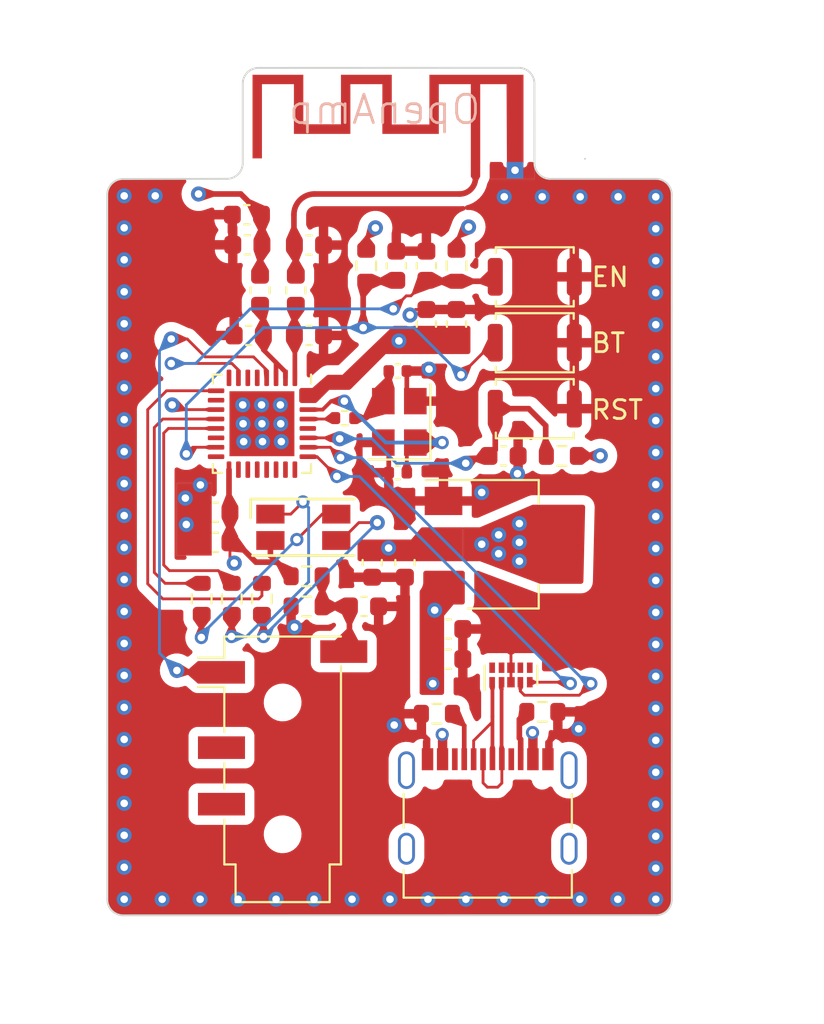
<source format=kicad_pcb>
(kicad_pcb (version 20221018) (generator pcbnew)
  (layers (0 "F.Cu" signal) (1 "In1.Cu" signal) (2 "In2.Cu" signal) (31 "B.Cu" signal) (34 "B.Paste" user) (35 "F.Paste" user) (36 "B.SilkS" user "B.Silkscreen") (37 "F.SilkS" user "F.Silkscreen") (38 "B.Mask" user) (39 "F.Mask" user) (44 "Edge.Cuts" user))
  (net 0 "")
  (net 1 "+3.3VP")
  (net 4 "/CHIP_EN")
  (net 8 "/CHIP_BOOT")
  (net 9 "Net-(AE1-Pad1)")
  (net 17 "/USB_D-")
  (net 18 "/USB_D+")
  (net 20 "GND")
  (net 21 "/LNA_IN")
  (net 22 "+5VA")
  (net 23 "Net-(J2-CC1)")
  (net 25 "Net-(J2-CC2)")
  (net 27 "/XTAL_P")
  (net 28 "Net-(C4-Pad1)")
  (net 29 "/XTAL_N")
  (net 30 "+3V3")
  (net 32 "/BLE_MODE")
  (net 33 "Net-(D2-GK)")
  (net 34 "Net-(D2-BK)")
  (net 35 "Net-(D2-RK)")
  (net 36 "/LED_R")
  (net 37 "/LED_G")
  (net 38 "/LED_B")
  (net 39 "/USB_D-_ESP")
  (net 40 "/USB_D+_ESP")
  (net 47 "Net-(C19-Pad1)")
  (net 48 "/CURRENT_SENSE")
  (footprint "Capacitor_SMD:C_0603_1608Metric" (layer "F.Cu") (at 85.36 80.81 90)
    (fp_text reference "C6" hide)
    (fp_text value "100nF 25V")
  )
  (footprint "Resistor_SMD:R_0603_1608Metric" (layer "F.Cu") (at 83.76 80.81 -90)
    (fp_text reference "R2" hide)
    (fp_text value "5K1")
  )
  (footprint "Button_Switch_SMD:SW_Push_SPST_NO_Alps_SKRK" (layer "F.Cu") (at 92.72 84.9)
    (fp_text reference "SW2" hide)
    (fp_text value "SW_Push")
  )
  (footprint "Resistor_SMD:R_0603_1608Metric" (layer "F.Cu") (at 93.12 104.5)
    (fp_text reference "R4" hide)
    (fp_text value "5K1")
  )
  (footprint "Button_Switch_SMD:SW_Push_SPST_NO_Alps_SKRK" (layer "F.Cu") (at 92.72 81.4)
    (fp_text reference "SW1" hide)
    (fp_text value "SW_Push")
  )
  (footprint "Capacitor_SMD:C_0603_1608Metric" (layer "F.Cu") (at 88.56 83.91 90)
    (fp_text reference "C12" hide)
    (fp_text value "10uF")
  )
  (footprint "Capacitor_SMD:C_0603_1608Metric" (layer "F.Cu") (at 77.445 79.7 180)
    (fp_text reference "C8" hide)
    (fp_text value "100nF 25V")
  )
  (footprint "Resistor_SMD:R_0603_1608Metric" (layer "F.Cu") (at 80.595 98.9 180)
    (fp_text reference "R10" hide)
    (fp_text value "1K")
  )
  (footprint "Package_TO_SOT_SMD:SOT-223-3_TabPin2" (layer "F.Cu") (at 91.02 95.6)
    (fp_text reference "U2" hide)
    (fp_text value "AMS1117-3.3")
  )
  (footprint "Capacitor_SMD:C_0603_1608Metric" (layer "F.Cu") (at 84.08 96.575 -90)
    (fp_text reference "C15" hide)
    (fp_text value "10uF")
  )
  (footprint "Capacitor_SMD:C_0603_1608Metric" (layer "F.Cu") (at 91.06 90.91)
    (fp_text reference "C18" hide)
    (fp_text value "100nF 25V")
  )
  (footprint "Capacitor_SMD:C_0603_1608Metric" (layer "F.Cu") (at 75.745 95.5 180)
    (fp_text reference "C13" hide)
    (fp_text value "100nF 25V")
  )
  (footprint "RF_Antenna:Texas_SWRA117D_2.4GHz_Left" (layer "F.Cu") (at 89.57 76.07)
    (fp_text reference "AE1" hide)
    (fp_text value "Antenna_Dipole")
  )
  (footprint "Inductor_SMD:L_0603_1608Metric" (layer "F.Cu") (at 78.12 82.1125 90)
    (fp_text reference "L1" hide)
    (fp_text value "2.2nH")
  )
  (footprint "Capacitor_SMD:C_0603_1608Metric" (layer "F.Cu") (at 77.42 78.1 180)
    (fp_text reference "C9" hide)
    (fp_text value "10uF")
  )
  (footprint "Resistor_SMD:R_0402_1005Metric" (layer "F.Cu") (at 82.62 88.9 180)
    (fp_text reference "R1" hide)
    (fp_text value "22R")
  )
  (footprint "Resistor_SMD:R_0603_1608Metric" (layer "F.Cu") (at 80.595 97.3)
    (fp_text reference "R11" hide)
    (fp_text value "1K")
  )
  (footprint "Capacitor_SMD:C_0603_1608Metric" (layer "F.Cu") (at 88.12 100.1)
    (fp_text reference "C14" hide)
    (fp_text value "10uF")
  )
  (footprint "Resistor_SMD:R_0603_1608Metric" (layer "F.Cu") (at 88.56 80.81 -90)
    (fp_text reference "R3" hide)
    (fp_text value "5K1")
  )
  (footprint "Capacitor_SMD:C_0603_1608Metric" (layer "F.Cu") (at 75.745 93.9 180)
    (fp_text reference "C10" hide)
    (fp_text value "100nF 25V")
  )
  (footprint "Capacitor_SMD:C_0402_1005Metric" (layer "F.Cu") (at 85.44 86.4)
    (fp_text reference "C4" hide)
    (fp_text value "10pF")
  )
  (footprint "Capacitor_SMD:C_0603_1608Metric" (layer "F.Cu") (at 88.12 101.7)
    (fp_text reference "C17" hide)
    (fp_text value "100nF 25V")
  )
  (footprint "Capacitor_SMD:C_0603_1608Metric" (layer "F.Cu") (at 80.72 84.5125)
    (fp_text reference "C2" hide)
    (fp_text value "3.3pF")
  )
  (footprint "Capacitor_SMD:C_0603_1608Metric" (layer "F.Cu") (at 83.645 98.9)
    (fp_text reference "C19" hide)
    (fp_text value "10uF")
  )
  (footprint "Resistor_SMD:R_0603_1608Metric" (layer "F.Cu") (at 87.52 104.6 180)
    (fp_text reference "R5" hide)
    (fp_text value "5K1")
  )
  (footprint "Resistor_SMD:R_0603_1608Metric" (layer "F.Cu") (at 75.02 98.5 -90)
    (fp_text reference "R9" hide)
    (fp_text value "100")
  )
  (footprint "Resistor_SMD:R_0603_1608Metric" (layer "F.Cu") (at 94.16 90.91 180)
    (fp_text reference "R6" hide)
    (fp_text value "5K1")
  )
  (footprint "Capacitor_SMD:C_0603_1608Metric" (layer "F.Cu") (at 85.82 96.575 -90)
    (fp_text reference "C16" hide)
    (fp_text value "100nF 25V")
  )
  (footprint "Package_SON:USON-10_2.5x1.0mm_P0.5mm" (layer "F.Cu") (at 91.453884 102.54 90)
    (fp_text reference "U3" hide)
    (fp_text value "TPD4EUSB30")
  )
  (footprint "Capacitor_SMD:C_0603_1608Metric" (layer "F.Cu") (at 77.52 84.5125 180)
    (fp_text reference "C7" hide)
    (fp_text value "100nF 25V")
  )
  (footprint "Capacitor_SMD:C_0402_1005Metric" (layer "F.Cu") (at 85.44 91.8 180)
    (fp_text reference "C3" hide)
    (fp_text value "10pF")
  )
  (footprint "Connector_USB:USB_C_Receptacle_Palconn_UTC16-G" (layer "F.Cu") (at 90.22 109.525)
    (fp_text reference "J2" hide)
    (fp_text value "USB_C_Receptacle")
  )
  (footprint "Button_Switch_SMD:SW_Push_SPST_NO_Alps_SKRK" (layer "F.Cu") (at 92.72 88.4)
    (fp_text reference "SW3" hide)
    (fp_text value "SW_Push")
  )
  (footprint "Capacitor_SMD:C_0603_1608Metric" (layer "F.Cu") (at 86.96 80.81 90)
    (fp_text reference "C5" hide)
    (fp_text value "100nF 25V")
  )
  (footprint "LED_SMD:LED_RGB_1210" (layer "F.Cu") (at 80.42 94.7)
    (fp_text reference "D2" hide)
    (fp_text value "LED_GBAR")
  )
  (footprint "Capacitor_SMD:C_0603_1608Metric" (layer "F.Cu") (at 86.96 83.91 90)
    (fp_text reference "C11" hide)
    (fp_text value "100nF 25V")
  )
  (footprint "Resistor_SMD:R_0603_1608Metric" (layer "F.Cu") (at 78.22 98.5 -90)
    (fp_text reference "R7" hide)
    (fp_text value "100")
  )
  (footprint "Crystal:Crystal_SMD_3225-4Pin_3.2x2.5mm" (layer "F.Cu") (at 85.52 89.1 90)
    (fp_text reference "Y2" hide)
    (fp_text value "Crystal_GND24")
  )
  (footprint "Connector_Audio:Jack_3.5mm_PJ320D_Horizontal" (layer "F.Cu") (at 79.32 106.225 90)
    (fp_text reference "J3" hide)
    (fp_text value "AudioJack4")
  )
  (footprint "Capacitor_SMD:C_0603_1608Metric" (layer "F.Cu") (at 80.72 79.7125)
    (fp_text reference "C1" hide)
    (fp_text value "3.3pF")
  )
  (footprint "Package_DFN_QFN:QFN-32-1EP_5x5mm_P0.5mm_EP3.45x3.45mm" (layer "F.Cu") (at 78.22 89.2 -90)
    (fp_text reference "U1" hide)
    (fp_text value "ESP32-C3")
  )
  (footprint "Resistor_SMD:R_0603_1608Metric" (layer "F.Cu") (at 76.62 98.5 -90)
    (fp_text reference "R8" hide)
    (fp_text value "100")
  )
  (footprint "Inductor_SMD:L_0603_1608Metric" (layer "F.Cu") (at 80.02 82.1125 -90)
    (fp_text reference "L2" hide)
    (fp_text value "2.2nH")
  )
  (gr_line (start 95.387767 75.132233) (end 95.387767 75.132233) (stroke (width 0.1)) (layer "Edge.Cuts"))
  (gr_arc (start 91.904893 70.3) (mid 92.486428 70.579501) (end 92.7 71.188345) (stroke (width 0.1)) (layer "Edge.Cuts"))
  (gr_line (start 70.8 115.3) (end 99.111655 115.295107) (stroke (width 0.1)) (layer "Edge.Cuts"))
  (gr_line (start 93.496397 76.2) (end 99.2 76.2) (stroke (width 0.1)) (layer "Edge.Cuts"))
  (gr_arc (start 70 77) (mid 70.279501 76.418465) (end 70.888345 76.204893) (stroke (width 0.1)) (layer "Edge.Cuts"))
  (gr_line (start 70 77) (end 70.004893 114.411655) (stroke (width 0.1)) (layer "Edge.Cuts"))
  (gr_arc (start 93.496397 76.2) (mid 92.914862 75.920499) (end 92.70129 75.311655) (stroke (width 0.1)) (layer "Edge.Cuts"))
  (gr_line (start 77.2 71.1) (end 77.2 75.4) (stroke (width 0.1)) (layer "Edge.Cuts"))
  (gr_line (start 92.7 71.188345) (end 92.70129 75.311655) (stroke (width 0.1)) (layer "Edge.Cuts"))
  (gr_arc (start 99.2 76.2) (mid 99.781535 76.479501) (end 99.995107 77.088345) (stroke (width 0.1)) (layer "Edge.Cuts"))
  (gr_arc (start 77.2 71.1) (mid 77.479501 70.518465) (end 78.088345 70.304893) (stroke (width 0.1)) (layer "Edge.Cuts"))
  (gr_arc (start 77.2 75.4) (mid 76.920499 75.981535) (end 76.311655 76.195107) (stroke (width 0.1)) (layer "Edge.Cuts"))
  (gr_line (start 78.088345 70.304893) (end 91.904893 70.3) (stroke (width 0.1)) (layer "Edge.Cuts"))
  (gr_arc (start 100 114.5) (mid 99.720499 115.081535) (end 99.111655 115.295107) (stroke (width 0.1)) (layer "Edge.Cuts"))
  (gr_arc (start 70.8 115.3) (mid 70.218465 115.020499) (end 70.004893 114.411655) (stroke (width 0.1)) (layer "Edge.Cuts"))
  (gr_line (start 76.311655 76.195107) (end 70.888345 76.204893) (stroke (width 0.1)) (layer "Edge.Cuts"))
  (gr_line (start 99.995107 77.088345) (end 100 114.5) (stroke (width 0.1)) (layer "Edge.Cuts"))
  (gr_text "OpenAmp" (at 89.95 73.4) (layer "B.SilkS") (effects (font (size 1.5 1.5)) (justify left bottom mirror)))
  (gr_text "EN" (at 95.65 82) (layer "F.SilkS") (effects (font (size 1 1)) (justify left bottom)))
  (gr_text "BT" (at 95.65 85.5) (layer "F.SilkS") (effects (font (size 1 1)) (justify left bottom)))
  (gr_text "RST" (at 95.65 89.05) (layer "F.SilkS") (effects (font (size 1 1)) (justify left bottom)))
  (segment (start 79.47 86.45) (end 78.97 85.95) (width 0.25) (layer "F.Cu") (net 1))
  (segment (start 78.97 85.95) (end 78.295 85.275) (width 0.25) (layer "F.Cu") (net 1))
  (segment (start 78.295 85.275) (end 78.295 84.5125) (width 0.25) (layer "F.Cu") (net 1))
  (segment (start 78.97 86.7625) (end 78.97 85.95) (width 0.25) (layer "F.Cu") (net 1))
  (segment (start 78.295 84.5125) (end 78.295 83.075) (width 0.25) (layer "F.Cu") (net 1))
  (segment (start 79.47 86.7625) (end 79.47 86.45) (width 0.25) (layer "F.Cu") (net 1))
  (segment (start 78.295 83.075) (end 78.12 82.9) (width 0.25) (layer "F.Cu") (net 1))
  (segment (start 76.622297 86) (end 76.97 86.347703) (width 0.15) (layer "F.Cu") (net 4))
  (segment (start 90.385 81.635) (end 90.62 81.4) (width 0.3) (layer "F.Cu") (net 4))
  (segment (start 76.97 86.347703) (end 76.97 86.7625) (width 0.15) (layer "F.Cu") (net 4))
  (segment (start 88.56 81.635) (end 87.01 81.635) (width 0.3) (layer "F.Cu") (net 4))
  (segment (start 87.01 81.635) (end 86.96 81.585) (width 0.3) (layer "F.Cu") (net 4))
  (segment (start 85.2 83.1) (end 85.89 82.41) (width 0.15) (layer "F.Cu") (net 4))
  (segment (start 73.4 86) (end 76.622297 86) (width 0.15) (layer "F.Cu") (net 4))
  (segment (start 88.56 81.635) (end 90.385 81.635) (width 0.3) (layer "F.Cu") (net 4))
  (segment (start 86.135 82.41) (end 86.96 81.585) (width 0.15) (layer "F.Cu") (net 4))
  (segment (start 85.89 82.41) (end 86.135 82.41) (width 0.15) (layer "F.Cu") (net 4))
  (via (at 85.2 83.1) (size 0.7) (drill 0.4) (layers "F.Cu" "B.Cu") (net 4))
  (via (at 73.4 86) (size 0.7) (drill 0.4) (layers "F.Cu" "B.Cu") (net 4))
  (segment (start 77.6 83.1) (end 85.2 83.1) (width 0.15) (layer "B.Cu") (net 4))
  (segment (start 73.4 86) (end 74.7 86) (width 0.15) (layer "B.Cu") (net 4))
  (segment (start 74.7 86) (end 77.6 83.1) (width 0.15) (layer "B.Cu") (net 4))
  (segment (start 90.62 84.9) (end 90.5 84.9) (width 0.3) (layer "F.Cu") (net 8))
  (segment (start 74.2 90.8) (end 74.55 90.45) (width 0.15) (layer "F.Cu") (net 8))
  (segment (start 74.55 90.45) (end 75.7825 90.45) (width 0.15) (layer "F.Cu") (net 8))
  (segment (start 90.5 84.9) (end 88.8 86.6) (width 0.15) (layer "F.Cu") (net 8))
  (segment (start 83.76 81.635) (end 85.31 81.635) (width 0.3) (layer "F.Cu") (net 8))
  (segment (start 83.6 84.1) (end 83.6 81.795) (width 0.3) (layer "F.Cu") (net 8))
  (segment (start 83.6 81.795) (end 83.76 81.635) (width 0.3) (layer "F.Cu") (net 8))
  (segment (start 85.31 81.635) (end 85.36 81.585) (width 0.3) (layer "F.Cu") (net 8))
  (via (at 83.6 84.1) (size 0.7) (drill 0.4) (layers "F.Cu" "B.Cu") (net 8))
  (via (at 74.2 90.8) (size 0.7) (drill 0.4) (layers "F.Cu" "B.Cu") (net 8))
  (via (at 88.8 86.6) (size 0.7) (drill 0.4) (layers "F.Cu" "B.Cu") (net 8))
  (segment (start 74.2 88.2) (end 78.3 84.1) (width 0.15) (layer "B.Cu") (net 8))
  (segment (start 78.3 84.1) (end 83.6 84.1) (width 0.15) (layer "B.Cu") (net 8))
  (segment (start 86.3 84.1) (end 83.6 84.1) (width 0.15) (layer "B.Cu") (net 8))
  (segment (start 74.2 90.8) (end 74.2 88.2) (width 0.15) (layer "B.Cu") (net 8))
  (segment (start 88.8 86.6) (end 86.3 84.1) (width 0.15) (layer "B.Cu") (net 8))
  (segment (start 79.92 78.1) (end 79.92 79.6875) (width 0.3) (layer "F.Cu") (net 9))
  (segment (start 89.57 75.7) (end 89.57 76.15) (width 0.3) (layer "F.Cu") (net 9))
  (segment (start 80.02 81.325) (end 80.02 79.7875) (width 0.25) (layer "F.Cu") (net 9))
  (segment (start 80.02 79.7875) (end 79.945 79.7125) (width 0.25) (layer "F.Cu") (net 9))
  (segment (start 88.72 77) (end 81.02 77) (width 0.3) (layer "F.Cu") (net 9))
  (segment (start 79.945 79.7125) (end 80.12 79.5375) (width 0.25) (layer "F.Cu") (net 9))
  (segment (start 79.945 79.7125) (end 80.02 79.6375) (width 0.25) (layer "F.Cu") (net 9))
  (arc (start 79.92 79.6875) (mid 79.927322 79.705178) (end 79.945 79.7125) (width 0.3) (layer "F.Cu") (net 9))
  (arc (start 89.57 76.15) (mid 89.321041 76.751041) (end 88.72 77) (width 0.3) (layer "F.Cu") (net 9))
  (arc (start 81.02 77) (mid 80.242183 77.322183) (end 79.92 78.1) (width 0.3) (layer "F.Cu") (net 9))
  (segment (start 90.97 106.715) (end 90.953884 106.698884) (width 0.2) (layer "F.Cu") (net 17))
  (segment (start 90.75 108.5) (end 90.2 108.5) (width 0.15) (layer "F.Cu") (net 17))
  (segment (start 90.97 107.015) (end 90.97 108.28) (width 0.15) (layer "F.Cu") (net 17))
  (segment (start 90.953884 106.698884) (end 90.953884 102.925) (width 0.2) (layer "F.Cu") (net 17))
  (segment (start 90.2 108.5) (end 89.97 108.27) (width 0.15) (layer "F.Cu") (net 17))
  (segment (start 89.97 108.27) (end 89.97 107.015) (width 0.15) (layer "F.Cu") (net 17))
  (segment (start 90.97 108.28) (end 90.75 108.5) (width 0.15) (layer "F.Cu") (net 17))
  (segment (start 90.47 105.03) (end 90.47 104.75) (width 0.15) (layer "F.Cu") (net 18))
  (segment (start 90.47 104.75) (end 90.47 102.941116) (width 0.2) (layer "F.Cu") (net 18))
  (segment (start 89.47 107.015) (end 89.47 106.03) (width 0.15) (layer "F.Cu") (net 18))
  (segment (start 90.47 102.941116) (end 90.453884 102.925) (width 0.2) (layer "F.Cu") (net 18))
  (segment (start 90.47 106.715) (end 90.47 104.75) (width 0.2) (layer "F.Cu") (net 18))
  (segment (start 89.47 106.03) (end 90.47 105.03) (width 0.15) (layer "F.Cu") (net 18))
  (segment (start 87.02 105.97) (end 86.65 105.6) (width 0.3) (layer "F.Cu") (net 20))
  (segment (start 86.65 105.6) (end 85.65 105.6) (width 0.3) (layer "F.Cu") (net 20))
  (segment (start 86.382467 83.135) (end 86.091967 83.4255) (width 0.15) (layer "F.Cu") (net 20))
  (segment (start 85.85 98.55) (end 85.82 98.52) (width 0.3) (layer "F.Cu") (net 20))
  (segment (start 85.92 86.4) (end 85.92 87.55) (width 0.25) (layer "F.Cu") (net 20))
  (segment (start 84.96 91.8) (end 84.96 90.49) (width 0.25) (layer "F.Cu") (net 20))
  (segment (start 93.42 107.015) (end 93.42 106.13) (width 0.3) (layer "F.Cu") (net 20))
  (segment (start 93.42 106.13) (end 94 105.55) (width 0.3) (layer "F.Cu") (net 20))
  (segment (start 86.96 83.135) (end 86.382467 83.135) (width 0.15) (layer "F.Cu") (net 20))
  (segment (start 91.835 91.815) (end 91.8 91.85) (width 0.3) (layer "F.Cu") (net 20))
  (segment (start 85.92 87.55) (end 86.37 88) (width 0.25) (layer "F.Cu") (net 20))
  (segment (start 91.835 90.91) (end 91.835 91.815) (width 0.3) (layer "F.Cu") (net 20))
  (segment (start 91.453884 102.925) (end 91.453884 102.155) (width 0.15) (layer "F.Cu") (net 20))
  (segment (start 86.695 105.555) (end 86.695 104.6) (width 0.3) (layer "F.Cu") (net 20))
  (segment (start 91.453884 102.155) (end 91.453884 101.146116) (width 0.15) (layer "F.Cu") (net 20))
  (segment (start 85.65 105.6) (end 85.25 105.2) (width 0.3) (layer "F.Cu") (net 20))
  (segment (start 87.02 107.015) (end 87.02 105.97) (width 0.3) (layer "F.Cu") (net 20))
  (segment (start 79.77 99.82) (end 79.95 100) (width 0.3) (layer "F.Cu") (net 20))
  (segment (start 93.945 105.495) (end 93.945 104.5) (width 0.3) (layer "F.Cu") (net 20))
  (segment (start 89.45 93.3) (end 89.9 92.85) (width 0.3) (layer "F.Cu") (net 20))
  (segment (start 94.9 105.55) (end 95.05 105.4) (width 0.3) (layer "F.Cu") (net 20))
  (segment (start 79.77 98.9) (end 79.77 99.82) (width 0.3) (layer "F.Cu") (net 20))
  (segment (start 94 105.55) (end 94.9 105.55) (width 0.3) (layer "F.Cu") (net 20))
  (segment (start 94 105.55) (end 93.945 105.495) (width 0.3) (layer "F.Cu") (net 20))
  (segment (start 84.96 90.49) (end 84.67 90.2) (width 0.25) (layer "F.Cu") (net 20))
  (segment (start 87.87 93.3) (end 89.45 93.3) (width 0.3) (layer "F.Cu") (net 20))
  (segment (start 87 86.4) (end 87.1 86.3) (width 0.25) (layer "F.Cu") (net 20))
  (segment (start 91.453884 101.146116) (end 91.5 101.1) (width 0.15) (layer "F.Cu") (net 20))
  (segment (start 86.65 105.6) (end 86.695 105.555) (width 0.3) (layer "F.Cu") (net 20))
  (segment (start 84.42 98.9) (end 85.5 98.9) (width 0.3) (layer "F.Cu") (net 20))
  (segment (start 85.92 86.4) (end 87 86.4) (width 0.25) (layer "F.Cu") (net 20))
  (segment (start 85.82 98.52) (end 85.82 97.35) (width 0.3) (layer "F.Cu") (net 20))
  (segment (start 85.5 98.9) (end 85.85 98.55) (width 0.3) (layer "F.Cu") (net 20))
  (via (at 99.15 97.522724) (size 0.8) (drill 0.4) (layers "F.Cu" "B.Cu") (net 20))
  (via (at 99.15 109.406813) (size 0.8) (drill 0.4) (layers "F.Cu" "B.Cu") (net 20))
  (via (at 78.25 90.15) (size 0.8) (drill 0.4) (layers "F.Cu" "B.Cu") (net 20))
  (via (at 79.22 89.2) (size 0.8) (drill 0.4) (layers "F.Cu" "B.Cu") (net 20))
  (via (at 99.15 83.940908) (size 0.8) (drill 0.4) (layers "F.Cu" "B.Cu") (net 20))
  (via (at 70.9 82.193181) (size 0.8) (drill 0.4) (layers "F.Cu" "B.Cu") (net 20))
  (via (at 93.096427 114.45) (size 0.8) (drill 0.4) (layers "F.Cu" "B.Cu") (net 20))
  (via (at 95.114284 114.45) (size 0.8) (drill 0.4) (layers "F.Cu" "B.Cu") (net 20))
  (via (at 99.15 82.243181) (size 0.8) (drill 0.4) (layers "F.Cu" "B.Cu") (net 20))
  (via (at 70.9 87.286362) (size 0.8) (drill 0.4) (layers "F.Cu" "B.Cu") (net 20))
  (via (at 74.95 92.45) (size 0.8) (drill 0.4) (layers "F.Cu" "B.Cu") (net 20))
  (via (at 70.9 88.984089) (size 0.8) (drill 0.4) (layers "F.Cu" "B.Cu") (net 20))
  (via (at 74.935714 114.45) (size 0.8) (drill 0.4) (layers "F.Cu" "B.Cu") (net 20))
  (via (at 79.95 100) (size 0.8) (drill 0.4) (layers "F.Cu" "B.Cu") (net 20))
  (via (at 74.15 93.15) (size 0.8) (drill 0.4) (layers "F.Cu" "B.Cu") (net 20))
  (via (at 99.15 112.802267) (size 0.8) (drill 0.4) (layers "F.Cu" "B.Cu") (net 20))
  (via (at 99.15 100.918178) (size 0.8) (drill 0.4) (layers "F.Cu" "B.Cu") (net 20))
  (via (at 97.132141 114.45) (size 0.8) (drill 0.4) (layers "F.Cu" "B.Cu") (net 20))
  (via (at 99.15 102.615905) (size 0.8) (drill 0.4) (layers "F.Cu" "B.Cu") (net 20))
  (via (at 70.9 109.356813) (size 0.8) (drill 0.4) (layers "F.Cu" "B.Cu") (net 20))
  (via (at 70.9 77.1) (size 0.8) (drill 0.4) (layers "F.Cu" "B.Cu") (net 20))
  (via (at 99.15 104.313632) (size 0.8) (drill 0.4) (layers "F.Cu" "B.Cu") (net 20))
  (via (at 70.9 112.752267) (size 0.8) (drill 0.4) (layers "F.Cu" "B.Cu") (net 20))
  (via (at 70.9 104.263632) (size 0.8) (drill 0.4) (layers "F.Cu" "B.Cu") (net 20))
  (via (at 99.15 89.034089) (size 0.8) (drill 0.4) (layers "F.Cu" "B.Cu") (net 20))
  (via (at 91.096429 77.15) (size 0.8) (drill 0.4) (layers "F.Cu" "B.Cu") (net 20))
  (via (at 95.05 105.4) (size 0.8) (drill 0.4) (layers "F.Cu" "B.Cu") (net 20))
  (via (at 93.114286 77.15) (size 0.8) (drill 0.4) (layers "F.Cu" "B.Cu") (net 20))
  (via (at 99.15 87.336362) (size 0.8) (drill 0.4) (layers "F.Cu" "B.Cu") (net 20))
  (via (at 99.15 85.638635) (size 0.8) (drill 0.4) (layers "F.Cu" "B.Cu") (net 20))
  (via (at 70.9 94.07727) (size 0.8) (drill 0.4) (layers "F.Cu" "B.Cu") (net 20))
  (via (at 87.042856 114.45) (size 0.8) (drill 0.4) (layers "F.Cu" "B.Cu") (net 20))
  (via (at 77.22 89.2) (size 0.8) (drill 0.4) (layers "F.Cu" "B.Cu") (net 20))
  (via (at 99.15 92.429543) (size 0.8) (drill 0.4) (layers "F.Cu" "B.Cu") (net 20))
  (via (at 86.091967 83.4255) (size 0.8) (drill 0.4) (layers "F.Cu" "B.Cu") (net 20))
  (via (at 77.2 88.2) (size 0.8) (drill 0.4) (layers "F.Cu" "B.Cu") (net 20))
  (via (at 95.132143 77.15) (size 0.8) (drill 0.4) (layers "F.Cu" "B.Cu") (net 20))
  (via (at 99.15 90.731816) (size 0.8) (drill 0.4) (layers "F.Cu" "B.Cu") (net 20))
  (via (at 99.15 114.45) (size 0.8) (drill 0.4) (layers "F.Cu" "B.Cu") (net 20))
  (via (at 99.15 99.220451) (size 0.8) (drill 0.4) (layers "F.Cu" "B.Cu") (net 20))
  (via (at 70.9 83.890908) (size 0.8) (drill 0.4) (layers "F.Cu" "B.Cu") (net 20))
  (via (at 99.15 107.709086) (size 0.8) (drill 0.4) (layers "F.Cu" "B.Cu") (net 20))
  (via (at 78.22 89.2) (size 0.8) (drill 0.4) (layers "F.Cu" "B.Cu") (net 20))
  (via (at 74.2 94.55) (size 0.8) (drill 0.4) (layers "F.Cu" "B.Cu") (net 20))
  (via (at 99.15 94.12727) (size 0.8) (drill 0.4) (layers "F.Cu" "B.Cu") (net 20))
  (via (at 70.9 95.774997) (size 0.8) (drill 0.4) (layers "F.Cu" "B.Cu") (net 20))
  (via (at 70.9 78.797727) (size 0.8) (drill 0.4) (layers "F.Cu" "B.Cu") (net 20))
  (via (at 79.25 90.15) (size 0.8) (drill 0.4) (layers "F.Cu" "B.Cu") (net 20))
  (via (at 85.024999 114.45) (size 0.8) (drill 0.4) (layers "F.Cu" "B.Cu") (net 20))
  (via (at 99.15 95.824997) (size 0.8) (drill 0.4) (layers "F.Cu" "B.Cu") (net 20))
  (via (at 70.9 80.495454) (size 0.8) (drill 0.4) (layers "F.Cu" "B.Cu") (net 20))
  (via (at 70.9 92.379543) (size 0.8) (drill 0.4) (layers "F.Cu" "B.Cu") (net 20))
  (via (at 79.2 88.2) (size 0.8) (drill 0.4) (layers "F.Cu" "B.Cu") (net 20))
  (via (at 91.8 91.85) (size 0.8) (drill 0.4) (layers "F.Cu" "B.Cu") (net 20))
  (via (at 70.9 90.681816) (size 0.8) (drill 0.4) (layers "F.Cu" "B.Cu") (net 20))
  (via (at 78.2 88.2) (size 0.8) (drill 0.4) (layers "F.Cu" "B.Cu") (net 20))
  (via (at 70.9 97.472724) (size 0.8) (drill 0.4) (layers "F.Cu" "B.Cu") (net 20))
  (via (at 91.07857 114.45) (size 0.8) (drill 0.4) (layers "F.Cu" "B.Cu") (net 20))
  (via (at 77.25 90.15) (size 0.8) (drill 0.4) (layers "F.Cu" "B.Cu") (net 20))
  (via (at 70.9 85.588635) (size 0.8) (drill 0.4) (layers "F.Cu" "B.Cu") (net 20))
  (via (at 76.953571 114.45) (size 0.8) (drill 0.4) (layers "F.Cu" "B.Cu") (net 20))
  (via (at 99.15 106.011359) (size 0.8) (drill 0.4) (layers "F.Cu" "B.Cu") (net 20))
  (via (at 85.25 105.2) (size 0.8) (drill 0.4) (layers "F.Cu" "B.Cu") (net 20))
  (via (at 70.9 114.45) (size 0.8) (drill 0.4) (layers "F.Cu" "B.Cu") (net 20))
  (via (at 87.1 86.3) (size 0.8) (drill 0.4) (layers "F.Cu" "B.Cu") (net 20))
  (via (at 83.007142 114.45) (size 0.8) (drill 0.4) (layers "F.Cu" "B.Cu") (net 20))
  (via (at 70.9 99.170451) (size 0.8) (drill 0.4) (layers "F.Cu" "B.Cu") (net 20))
  (via (at 97.15 77.15) (size 0.8) (drill 0.4) (layers "F.Cu" "B.Cu") (net 20))
  (via (at 99.15 77.15) (size 0.8) (drill 0.4) (layers "F.Cu" "B.Cu") (net 20))
  (via (at 99.15 80.545454) (size 0.8) (drill 0.4) (layers "F.Cu" "B.Cu") (net 20))
  (via (at 70.9 105.961359) (size 0.8) (drill 0.4) (layers "F.Cu" "B.Cu") (net 20))
  (via (at 80.989285 114.45) (size 0.8) (drill 0.4) (layers "F.Cu" "B.Cu") (net 20))
  (via (at 99.15 78.847727) (size 0.8) (drill 0.4) (layers "F.Cu" "B.Cu") (net 20))
  (via (at 78.971428 114.45) (size 0.8) (drill 0.4) (layers "F.Cu" "B.Cu") (net 20))
  (via (at 72.55 77.1) (size 0.8) (drill 0.4) (layers "F.Cu" "B.Cu") (net 20))
  (via (at 70.9 111.05454) (size 0.8) (drill 0.4) (layers "F.Cu" "B.Cu") (net 20))
  (via (at 89.9 92.85) (size 0.8) (drill 0.4) (layers "F.Cu" "B.Cu") (net 20))
  (via (at 72.917857 114.45) (size 0.8) (drill 0.4) (layers "F.Cu" "B.Cu") (net 20))
  (via (at 99.15 111.10454) (size 0.8) (drill 0.4) (layers "F.Cu" "B.Cu") (net 20))
  (via (at 70.9 100.868178) (size 0.8) (drill 0.4) (layers "F.Cu" "B.Cu") (net 20))
  (via (at 89.060713 114.45) (size 0.8) (drill 0.4) (layers "F.Cu" "B.Cu") (net 20))
  (via (at 70.9 102.565905) (size 0.8) (drill 0.4) (layers "F.Cu" "B.Cu") (net 20))
  (via (at 70.9 107.659086) (size 0.8) (drill 0.4) (layers "F.Cu" "B.Cu") (net 20))
  (segment (start 79.945 84.5125) (end 79.945 82.975) (width 0.25) (layer "F.Cu") (net 21))
  (segment (start 79.97 86.7625) (end 79.97 84.5375) (width 0.25) (layer "F.Cu") (net 21))
  (segment (start 79.97 84.5375) (end 79.945 84.5125) (width 0.25) (layer "F.Cu") (net 21))
  (segment (start 79.945 82.975) (end 80.02 82.9) (width 0.25) (layer "F.Cu") (net 21))
  (segment (start 92.62 105.62) (end 92.6 105.6) (width 0.3) (layer "F.Cu") (net 22))
  (segment (start 87.82 107.015) (end 87.82 105.72) (width 0.5) (layer "F.Cu") (net 22))
  (segment (start 92.62 107.015) (end 92.62 105.62) (width 0.5) (layer "F.Cu") (net 22))
  (segment (start 87.82 105.72) (end 87.8 105.7) (width 0.3) (layer "F.Cu") (net 22))
  (via (at 87.8 105.7) (size 0.7) (drill 0.4) (layers "F.Cu" "B.Cu") (net 22))
  (via (at 87.3 103) (size 0.7) (drill 0.4) (layers "F.Cu" "B.Cu") (net 22))
  (via (at 87.4 99.1) (size 0.8) (drill 0.4) (layers "F.Cu" "B.Cu") (net 22))
  (via (at 92.6 105.6) (size 0.7) (drill 0.4) (layers "F.Cu" "B.Cu") (net 22))
  (segment (start 88.97 105.225) (end 88.97 106.715) (width 0.25) (layer "F.Cu") (net 23))
  (segment (start 88.345 104.6) (end 88.97 105.225) (width 0.25) (layer "F.Cu") (net 23))
  (segment (start 91.9 105.88995) (end 91.9 104.895) (width 0.3) (layer "F.Cu") (net 25))
  (segment (start 91.9 104.895) (end 92.295 104.5) (width 0.3) (layer "F.Cu") (net 25))
  (segment (start 91.97 107.015) (end 91.97 105.95995) (width 0.3) (layer "F.Cu") (net 25))
  (segment (start 91.97 105.95995) (end 91.9 105.88995) (width 0.3) (layer "F.Cu") (net 25))
  (segment (start 85.92 90.65) (end 86.37 90.2) (width 0.2) (layer "F.Cu") (net 27))
  (segment (start 81.45 88.45) (end 80.6575 88.45) (width 0.2) (layer "F.Cu") (net 27))
  (segment (start 86.37 90.2) (end 87.8 90.2) (width 0.2) (layer "F.Cu") (net 27))
  (segment (start 85.92 91.8) (end 85.92 90.65) (width 0.2) (layer "F.Cu") (net 27))
  (segment (start 82.6 88) (end 81.9 88) (width 0.2) (layer "F.Cu") (net 27))
  (segment (start 81.9 88) (end 81.45 88.45) (width 0.2) (layer "F.Cu") (net 27))
  (via (at 87.8 90.2) (size 0.7) (drill 0.4) (layers "F.Cu" "B.Cu") (net 27))
  (via (at 82.6 88) (size 0.7) (drill 0.4) (layers "F.Cu" "B.Cu") (net 27))
  (segment (start 87.8 90.2) (end 84.8 90.2) (width 0.2) (layer "B.Cu") (net 27))
  (segment (start 84.8 90.2) (end 82.6 88) (width 0.2) (layer "B.Cu") (net 27))
  (segment (start 84.96 87.71) (end 84.67 88) (width 0.25) (layer "F.Cu") (net 28))
  (segment (start 84.96 86.4) (end 84.96 87.71) (width 0.25) (layer "F.Cu") (net 28))
  (segment (start 83.13 88.9) (end 83.77 88.9) (width 0.25) (layer "F.Cu") (net 28))
  (segment (start 83.77 88.9) (end 84.67 88) (width 0.25) (layer "F.Cu") (net 28))
  (segment (start 80.6575 88.95) (end 82.06 88.95) (width 0.15) (layer "F.Cu") (net 29))
  (segment (start 82.06 88.95) (end 82.11 88.9) (width 0.15) (layer "F.Cu") (net 29))
  (segment (start 76.5 95.75) (end 76.85 95.5) (width 0.15) (layer "F.Cu") (net 30))
  (segment (start 78.195 78.1) (end 77.095 77) (width 0.3) (layer "F.Cu") (net 30))
  (segment (start 78.67 96.2) (end 79.335 96.865) (width 0.3) (layer "F.Cu") (net 30))
  (segment (start 85.72 95.9) (end 86.02 95.6) (width 0.3) (layer "F.Cu") (net 30))
  (segment (start 83.76 79.29) (end 84.25 78.8) (width 0.15) (layer "F.Cu") (net 30))
  (segment (start 84.08 95.8) (end 83.98 95.7) (width 0.3) (layer "F.Cu") (net 30))
  (segment (start 85.72 95.9) (end 85.82 95.8) (width 0.3) (layer "F.Cu") (net 30))
  (segment (start 88.56 79.39) (end 89.2 78.75) (width 0.15) (layer "F.Cu") (net 30))
  (segment (start 76.85 95.5) (end 77.9 96.55) (width 0.3) (layer "F.Cu") (net 30))
  (segment (start 79.335 96.865) (end 79.77 97.3) (width 0.3) (layer "F.Cu") (net 30))
  (segment (start 79.02 96.55) (end 79.335 96.865) (width 0.3) (layer "F.Cu") (net 30))
  (segment (start 84.95 95.8) (end 85.05 95.9) (width 0.3) (layer "F.Cu") (net 30))
  (segment (start 77.095 77) (end 74.85 77) (width 0.3) (layer "F.Cu") (net 30))
  (segment (start 76.47 93.85) (end 76.52 93.9) (width 0.3) (layer "F.Cu") (net 30))
  (segment (start 79.294511 95.4) (end 78.67 95.4) (width 0.15) (layer "F.Cu") (net 30))
  (segment (start 78.22 78.125) (end 78.195 78.1) (width 0.25) (layer "F.Cu") (net 30))
  (segment (start 78.12 79.8) (end 78.22 79.7) (width 0.25) (layer "F.Cu") (net 30))
  (segment (start 75.7825 88.45) (end 73.6995 88.45) (width 0.15) (layer "F.Cu") (net 30))
  (segment (start 78.22 79.7) (end 78.22 78.125) (width 0.3) (layer "F.Cu") (net 30))
  (segment (start 76.52 96.37) (end 76.75 96.6) (width 0.15) (layer "F.Cu") (net 30))
  (segment (start 76.52 95.5) (end 76.52 96.37) (width 0.15) (layer "F.Cu") (net 30))
  (segment (start 83.76 79.985) (end 83.76 79.29) (width 0.15) (layer "F.Cu") (net 30))
  (segment (start 76.52 95.5) (end 76.52 93.9) (width 0.3) (layer "F.Cu") (net 30))
  (segment (start 77.9 96.55) (end 79.02 96.55) (width 0.3) (layer "F.Cu") (net 30))
  (segment (start 94.985 90.91) (end 96.19 90.91) (width 0.15) (layer "F.Cu") (net 30))
  (segment (start 88.56 79.985) (end 88.56 79.39) (width 0.15) (layer "F.Cu") (net 30))
  (segment (start 73.6995 88.45) (end 73.4495 88.2) (width 0.15) (layer "F.Cu") (net 30))
  (segment (start 76.52 95.5) (end 76.5 95.75) (width 0.15) (layer "F.Cu") (net 30))
  (segment (start 96.19 90.91) (end 96.2 90.9) (width 0.15) (layer "F.Cu") (net 30))
  (segment (start 78.67 95.4) (end 78.67 96.2) (width 0.3) (layer "F.Cu") (net 30))
  (segment (start 85.05 95.9) (end 85.72 95.9) (width 0.3) (layer "F.Cu") (net 30))
  (segment (start 76.47 91.6375) (end 76.47 93.85) (width 0.3) (layer "F.Cu") (net 30))
  (segment (start 78.12 81.325) (end 78.12 79.8) (width 0.25) (layer "F.Cu") (net 30))
  (via (at 91.9 95.5) (size 0.8) (drill 0.4) (layers "F.Cu" "B.Cu") (net 30))
  (via (at 91.9 94.5) (size 0.8) (drill 0.4) (layers "F.Cu" "B.Cu") (net 30))
  (via (at 84.95 95.8) (size 0.8) (drill 0.4) (layers "F.Cu" "B.Cu") (net 30))
  (via (at 89.2 78.75) (size 0.8) (drill 0.4) (layers "F.Cu" "B.Cu") (net 30))
  (via (at 89.9 95.6) (size 0.8) (drill 0.4) (layers "F.Cu" "B.Cu") (net 30))
  (via (at 73.4495 88.2) (size 0.8) (drill 0.4) (layers "F.Cu" "B.Cu") (net 30))
  (via (at 76.75 96.6) (size 0.8) (drill 0.4) (layers "F.Cu" "B.Cu") (net 30))
  (via (at 84.25 78.8) (size 0.8) (drill 0.4) (layers "F.Cu" "B.Cu") (net 30))
  (via (at 90.8 95.1) (size 0.8) (drill 0.4) (layers "F.Cu" "B.Cu") (net 30))
  (via (at 85.5 84.8) (size 0.8) (drill 0.4) (layers "F.Cu" "B.Cu") (net 30))
  (via (at 91.9 96.5) (size 0.8) (drill 0.4) (layers "F.Cu" "B.Cu") (net 30))
  (via (at 74.85 77) (size 0.8) (drill 0.4) (layers "F.Cu" "B.Cu") (net 30))
  (via (at 90.8 96.1) (size 0.8) (drill 0.4) (layers "F.Cu" "B.Cu") (net 30))
  (via (at 96.2 90.9) (size 0.8) (drill 0.4) (layers "F.Cu" "B.Cu") (net 30))
  (segment (start 90.62 88.4) (end 92.4 88.4) (width 0.3) (layer "F.Cu") (net 32))
  (segment (start 90.62 90.575) (end 90.285 90.91) (width 0.3) (layer "F.Cu") (net 32))
  (segment (start 89.05 91.3) (end 89.35 91.3) (width 0.15) (layer "F.Cu") (net 32))
  (segment (start 82.303889 89.95) (end 82.352012 89.998123) (width 0.15) (layer "F.Cu") (net 32))
  (segment (start 89.74 90.91) (end 90.285 90.91) (width 0.15) (layer "F.Cu") (net 32))
  (segment (start 89.35 91.3) (end 89.74 90.91) (width 0.15) (layer "F.Cu") (net 32))
  (segment (start 93.3 90.875) (end 93.335 90.91) (width 0.3) (layer "F.Cu") (net 32))
  (segment (start 92.4 88.4) (end 93.3 89.3) (width 0.3) (layer "F.Cu") (net 32))
  (segment (start 80.6575 89.95) (end 82.303889 89.95) (width 0.15) (layer "F.Cu") (net 32))
  (segment (start 90.62 88.4) (end 90.62 90.575) (width 0.3) (layer "F.Cu") (net 32))
  (segment (start 93.3 89.3) (end 93.3 90.875) (width 0.3) (layer "F.Cu") (net 32))
  (via (at 82.352012 89.998123) (size 0.8) (drill 0.4) (layers "F.Cu" "B.Cu") (net 32))
  (via (at 89.05 91.3) (size 0.8) (drill 0.4) (layers "F.Cu" "B.Cu") (net 32))
  (segment (start 84.067793 89.998123) (end 85.36967 91.3) (width 0.15) (layer "B.Cu") (net 32))
  (segment (start 82.352012 89.998123) (end 84.067793 89.998123) (width 0.15) (layer "B.Cu") (net 32))
  (segment (start 85.36967 91.3) (end 89.05 91.3) (width 0.15) (layer "B.Cu") (net 32))
  (segment (start 79.75 94) (end 78.67 94) (width 0.15) (layer "F.Cu") (net 33))
  (segment (start 76.62 99.325) (end 76.62 100.48) (width 0.15) (layer "F.Cu") (net 33))
  (segment (start 76.62 100.48) (end 76.6 100.5) (width 0.15) (layer "F.Cu") (net 33))
  (segment (start 80.4 93.35) (end 79.75 94) (width 0.15) (layer "F.Cu") (net 33))
  (via (at 80.4 93.35) (size 0.7) (drill 0.4) (layers "F.Cu" "B.Cu") (net 33))
  (via (at 76.6 100.5) (size 0.7) (drill 0.4) (layers "F.Cu" "B.Cu") (net 33))
  (segment (start 77.4 100.5) (end 76.6 100.5) (width 0.15) (layer "B.Cu") (net 33))
  (segment (start 80.7 93.65) (end 80.7 97.6) (width 0.15) (layer "B.Cu") (net 33))
  (segment (start 80.4 93.35) (end 80.7 93.65) (width 0.15) (layer "B.Cu") (net 33))
  (segment (start 78.425 99.875) (end 78.025 99.875) (width 0.15) (layer "B.Cu") (net 33))
  (segment (start 80.7 97.6) (end 78.425 99.875) (width 0.15) (layer "B.Cu") (net 33))
  (segment (start 78.025 99.875) (end 77.4 100.5) (width 0.15) (layer "B.Cu") (net 33))
  (segment (start 75 100.4) (end 75 100.55) (width 0.15) (layer "F.Cu") (net 34))
  (segment (start 75 100.55) (end 75 99.345) (width 0.15) (layer "F.Cu") (net 34))
  (segment (start 80.0755 95.35) (end 81.4255 94) (width 0.15) (layer "F.Cu") (net 34))
  (segment (start 81.4255 94) (end 82.17 94) (width 0.15) (layer "F.Cu") (net 34))
  (segment (start 75 99.345) (end 75.02 99.325) (width 0.15) (layer "F.Cu") (net 34))
  (segment (start 75.02 100.38) (end 75 100.4) (width 0.15) (layer "F.Cu") (net 34))
  (via (at 80.0755 95.35) (size 0.7) (drill 0.4) (layers "F.Cu" "B.Cu") (net 34))
  (via (at 75 100.55) (size 0.7) (drill 0.4) (layers "F.Cu" "B.Cu") (net 34))
  (segment (start 80.0755 95.35) (end 80.05 95.35) (width 0.15) (layer "B.Cu") (net 34))
  (segment (start 75 100.4) (end 75 100.55) (width 0.15) (layer "B.Cu") (net 34))
  (segment (start 80.05 95.35) (end 75 100.4) (width 0.15) (layer "B.Cu") (net 34))
  (segment (start 78.3 100.5) (end 78.3 99.405) (width 0.15) (layer "F.Cu") (net 35))
  (segment (start 82.42 95.4) (end 82.17 95.4) (width 0.15) (layer "F.Cu") (net 35))
  (segment (start 83.37 94.45) (end 82.42 95.4) (width 0.15) (layer "F.Cu") (net 35))
  (segment (start 84.35 94.45) (end 83.37 94.45) (width 0.15) (layer "F.Cu") (net 35))
  (segment (start 78.3 99.405) (end 78.22 99.325) (width 0.15) (layer "F.Cu") (net 35))
  (segment (start 78.3 100.5) (end 78.22 100.42) (width 0.15) (layer "F.Cu") (net 35))
  (via (at 84.35 94.45) (size 0.8) (drill 0.4) (layers "F.Cu" "B.Cu") (net 35))
  (via (at 78.3 100.5) (size 0.7) (drill 0.4) (layers "F.Cu" "B.Cu") (net 35))
  (segment (start 84.35 94.45) (end 78.3 100.5) (width 0.15) (layer "B.Cu") (net 35))
  (segment (start 72.15 88.45) (end 73.15 87.45) (width 0.15) (layer "F.Cu") (net 36))
  (segment (start 73.15 87.45) (end 75.7825 87.45) (width 0.15) (layer "F.Cu") (net 36))
  (segment (start 78.22 98.33) (end 78.05 98.5) (width 0.15) (layer "F.Cu") (net 36))
  (segment (start 72.15 97.7) (end 72.15 88.45) (width 0.15) (layer "F.Cu") (net 36))
  (segment (start 78.22 97.675) (end 78.22 98.33) (width 0.15) (layer "F.Cu") (net 36))
  (segment (start 78.05 98.5) (end 72.95 98.5) (width 0.15) (layer "F.Cu") (net 36))
  (segment (start 72.95 98.5) (end 72.15 97.7) (width 0.15) (layer "F.Cu") (net 36))
  (segment (start 73 89.7) (end 73.25 89.45) (width 0.15) (layer "F.Cu") (net 37))
  (segment (start 75.9 97) (end 73.3 97) (width 0.15) (layer "F.Cu") (net 37))
  (segment (start 73.25 89.45) (end 75.7825 89.45) (width 0.15) (layer "F.Cu") (net 37))
  (segment (start 76.575 97.675) (end 75.9 97) (width 0.15) (layer "F.Cu") (net 37))
  (segment (start 76.62 97.675) (end 76.575 97.675) (width 0.15) (layer "F.Cu") (net 37))
  (segment (start 73 96.7) (end 73 89.7) (width 0.15) (layer "F.Cu") (net 37))
  (segment (start 73.3 97) (end 73 96.7) (width 0.15) (layer "F.Cu") (net 37))
  (segment (start 73.075 97.675) (end 72.5 97.1) (width 0.15) (layer "F.Cu") (net 38))
  (segment (start 75.02 97.675) (end 73.075 97.675) (width 0.15) (layer "F.Cu") (net 38))
  (segment (start 72.5 97.1) (end 72.5 89.4) (width 0.15) (layer "F.Cu") (net 38))
  (segment (start 72.5 89.4) (end 72.95 88.95) (width 0.15) (layer "F.Cu") (net 38))
  (segment (start 72.95 88.95) (end 75.7825 88.95) (width 0.15) (layer "F.Cu") (net 38))
  (segment (start 82.2 92) (end 81.15 90.95) (width 0.15) (layer "F.Cu") (net 39))
  (segment (start 94.608411 102.991589) (end 94.541822 102.925) (width 0.15) (layer "F.Cu") (net 39))
  (segment (start 94.541822 102.925) (end 92.453884 102.925) (width 0.15) (layer "F.Cu") (net 39))
  (segment (start 81.15 90.95) (end 80.6575 90.95) (width 0.15) (layer "F.Cu") (net 39))
  (via (at 94.608411 102.991589) (size 0.7) (drill 0.4) (layers "F.Cu" "B.Cu") (net 39))
  (via (at 82.2 92) (size 0.7) (drill 0.4) (layers "F.Cu" "B.Cu") (net 39))
  (segment (start 94.608411 102.991589) (end 94.391589 102.991589) (width 0.15) (layer "B.Cu") (net 39))
  (segment (start 83.4 92) (end 82.2 92) (width 0.15) (layer "B.Cu") (net 39))
  (segment (start 94.391589 102.991589) (end 83.4 92) (width 0.15) (layer "B.Cu") (net 39))
  (segment (start 81.85 90.45) (end 80.6575 90.45) (width 0.15) (layer "F.Cu") (net 40))
  (segment (start 92.170473 103.616589) (end 91.953884 103.4) (width 0.15) (layer "F.Cu") (net 40))
  (segment (start 82.4 91) (end 81.85 90.45) (width 0.15) (layer "F.Cu") (net 40))
  (segment (start 95.7 103) (end 95.083411 103.616589) (width 0.15) (layer "F.Cu") (net 40))
  (segment (start 91.953884 103.4) (end 91.953884 102.925) (width 0.15) (layer "F.Cu") (net 40))
  (segment (start 95.083411 103.616589) (end 92.170473 103.616589) (width 0.15) (layer "F.Cu") (net 40))
  (via (at 95.7 103) (size 0.7) (drill 0.4) (layers "F.Cu" "B.Cu") (net 40))
  (via (at 82.4 91) (size 0.7) (drill 0.4) (layers "F.Cu" "B.Cu") (net 40))
  (segment (start 95.5 103) (end 83.5 91) (width 0.15) (layer "B.Cu") (net 40))
  (segment (start 95.7 103) (end 95.5 103) (width 0.15) (layer "B.Cu") (net 40))
  (segment (start 83.5 91) (end 82.4 91) (width 0.15) (layer "B.Cu") (net 40))
  (segment (start 81.42 98.9) (end 81.42 97.3) (width 0.3) (layer "F.Cu") (net 47))
  (segment (start 81.42 98.9) (end 82.87 98.9) (width 0.3) (layer "F.Cu") (net 47))
  (segment (start 82.87 101) (end 82.57 101.3) (width 0.3) (layer "F.Cu") (net 47))
  (segment (start 82.87 98.9) (end 82.87 101) (width 0.3) (layer "F.Cu") (net 47))
  (segment (start 78.47 86.347703) (end 77.772297 85.65) (width 0.15) (layer "F.Cu") (net 48))
  (segment (start 73.8 102.4) (end 76.07 102.4) (width 0.15) (layer "F.Cu") (net 48))
  (segment (start 75.2 85.65) (end 74.25 84.7) (width 0.15) (layer "F.Cu") (net 48))
  (segment (start 77.772297 85.65) (end 75.2 85.65) (width 0.15) (layer "F.Cu") (net 48))
  (segment (start 74.25 84.7) (end 73.4 84.7) (width 0.15) (layer "F.Cu") (net 48))
  (segment (start 78.47 86.7625) (end 78.47 86.347703) (width 0.15) (layer "F.Cu") (net 48))
  (segment (start 73.7 102.3) (end 73.8 102.4) (width 0.15) (layer "F.Cu") (net 48))
  (via (at 73.4 84.7) (size 0.8) (drill 0.4) (layers "F.Cu" "B.Cu") (net 48))
  (via (at 73.7 102.3) (size 0.8) (drill 0.4) (layers "F.Cu" "B.Cu") (net 48))
  (segment (start 72.775 85.325) (end 72.775 101.375) (width 0.15) (layer "B.Cu") (net 48))
  (segment (start 73.4 84.7) (end 72.775 85.325) (width 0.15) (layer "B.Cu") (net 48))
  (segment (start 72.775 101.375) (end 73.7 102.3) (width 0.15) (layer "B.Cu") (net 48))
  (zone (net 22) (net_name "+5VA") (layer "F.Cu") (priority 4) (connect_pads yes (clearance 0.5)) (min_thickness 0.25) (fill yes (thermal_gap 0.5) (thermal_bridge_width 0.5))
    (polygon (pts (xy 87.5 107.6) (xy 87.5 105.3) (xy 88.1 105.3) (xy 88.1 107.6)))
  )
  (zone (net 20) (net_name "GND") (layer "F.Cu") (priority 1) (connect_pads (clearance 0.5)) (min_thickness 0.25) (fill yes (thermal_gap 0.5) (thermal_bridge_width 0.5))
    (polygon (pts (xy 66.3 67.4) (xy 103 67.5) (xy 105.1 120.6) (xy 65.8 118.7)))
  )
  (zone (net 22) (net_name "+5VA") (layer "F.Cu") (priority 4) (connect_pads yes (clearance 0.5)) (min_thickness 0.25) (fill yes (thermal_gap 0.5) (thermal_bridge_width 0.5))
    (polygon (pts (xy 92.3 107.6) (xy 92.3 105.3) (xy 92.9 105.3) (xy 92.9 107.6)))
  )
  (zone (net 20) (net_name "GND") (layer "F.Cu") (priority 8) (connect_pads yes (clearance 0)) (min_thickness 0.25) (fill yes (thermal_gap 0.5) (thermal_bridge_width 0.5) (smoothing fillet) (radius 0.1))
    (polygon (pts (xy 75.55 96.2) (xy 75.55 92.35) (xy 73.7 92.35) (xy 73.7 96.2)))
  )
  (zone (net 30) (net_name "+3V3") (layer "F.Cu") (priority 6) (connect_pads yes (clearance 0)) (min_thickness 0.25) (fill yes (thermal_gap 0.5) (thermal_bridge_width 0.5))
    (polygon (pts (xy 86.7 94.7) (xy 89.8 94.7) (xy 92.6 93.5) (xy 95.4 93.5) (xy 95.3 97.7) (xy 93 97.7) (xy 89.8 96.5) (xy 86.7 96.5)))
  )
  (zone (net 30) (net_name "+3V3") (layer "F.Cu") (priority 7) (connect_pads yes (clearance 0)) (min_thickness 0.25) (fill yes (thermal_gap 0.5) (thermal_bridge_width 0.5))
    (polygon (pts (xy 80.2 88.1) (xy 81.1 88.1) (xy 81.8 87.4) (xy 82.9 87.4) (xy 84.8 85.5) (xy 89.3 85.5) (xy 89.3 84) (xy 85.2 84) (xy 82.5 86.6) (xy 81.7 86.6) (xy 80.9 87.3) (xy 80.2 87.3)))
  )
  (zone (net 0) (net_name "") (layer "F.Cu") (connect_pads (clearance 0)) (min_thickness 0.25)
    (keepout (tracks not_allowed) (vias not_allowed) (pads not_allowed) (copperpour not_allowed) (footprints allowed))
    (fill (thermal_gap 0.5) (thermal_bridge_width 0.5))
    (polygon (pts (xy 77.2 70.3) (xy 92.7 70.3) (xy 92.7 75.3) (xy 77.2 75.3)))
  )
  (zone (net 30) (net_name "+3V3") (layer "F.Cu") (priority 10) (connect_pads yes (clearance 0)) (min_thickness 0.25) (fill yes (thermal_gap 0.5) (thermal_bridge_width 0.5) (smoothing fillet) (radius 0.1))
    (polygon (pts (xy 86.15 95.35) (xy 86.7 94.7) (xy 88.9 94.7) (xy 88.9 96.5) (xy 83.3 96.5) (xy 83.3 95.35)))
  )
  (zone (net 22) (net_name "+5VA") (layer "F.Cu") (priority 5) (connect_pads yes (clearance 0.5)) (min_thickness 0.25) (fill yes (thermal_gap 0.5) (thermal_bridge_width 0.5))
    (polygon (pts (xy 86.6 103.6) (xy 87.9 103.6) (xy 87.9 99.4) (xy 88.4 98.8) (xy 89 98.8) (xy 89 97) (xy 86.6 97)))
  )
  (zone (net 20) (net_name "GND") (layer "F.Cu") (priority 9) (connect_pads yes (clearance 0)) (min_thickness 0.25) (fill yes (thermal_gap 0.5) (thermal_bridge_width 0.5) (smoothing fillet) (radius 0.1) (island_removal_mode 1) (island_area_min 10))
    (polygon (pts (xy 90.35 75.3) (xy 92.7 75.3) (xy 92.7 76.2) (xy 90.35 76.2)))
  )
)
</source>
